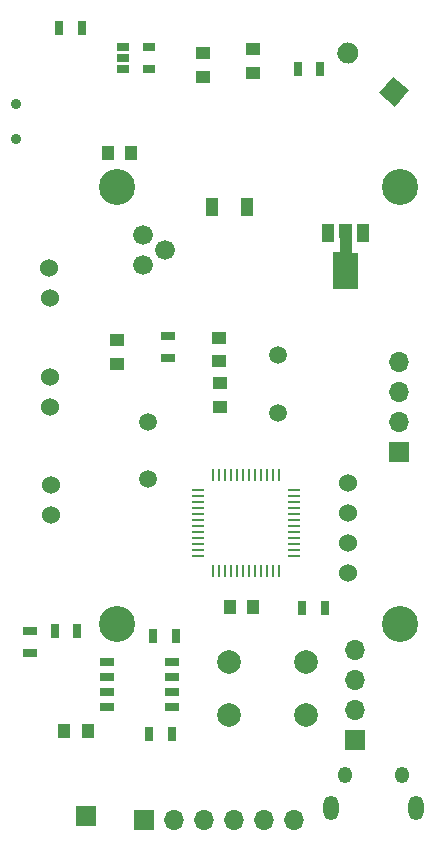
<source format=gbs>
G04 #@! TF.GenerationSoftware,KiCad,Pcbnew,5.1.7-a382d34a8~88~ubuntu18.04.1*
G04 #@! TF.CreationDate,2021-09-05T21:22:39+05:30*
G04 #@! TF.ProjectId,Sensor_PCB_v7,53656e73-6f72-45f5-9043-425f76372e6b,rev?*
G04 #@! TF.SameCoordinates,Original*
G04 #@! TF.FileFunction,Soldermask,Bot*
G04 #@! TF.FilePolarity,Negative*
%FSLAX46Y46*%
G04 Gerber Fmt 4.6, Leading zero omitted, Abs format (unit mm)*
G04 Created by KiCad (PCBNEW 5.1.7-a382d34a8~88~ubuntu18.04.1) date 2021-09-05 21:22:39*
%MOMM*%
%LPD*%
G01*
G04 APERTURE LIST*
%ADD10C,3.050000*%
%ADD11C,1.676400*%
%ADD12R,1.300000X0.700000*%
%ADD13C,1.524000*%
%ADD14O,1.300000X2.100000*%
%ADD15O,1.200000X1.400000*%
%ADD16R,1.000000X1.500000*%
%ADD17C,0.100000*%
%ADD18R,1.700000X1.700000*%
%ADD19O,1.700000X1.700000*%
%ADD20R,1.000000X0.230000*%
%ADD21R,0.230000X1.000000*%
%ADD22C,0.900000*%
%ADD23R,1.000000X1.250000*%
%ADD24R,1.250000X1.000000*%
%ADD25R,0.700000X1.300000*%
%ADD26R,1.060000X0.650000*%
%ADD27C,1.500000*%
%ADD28C,2.000000*%
%ADD29R,1.000000X1.600000*%
G04 APERTURE END LIST*
D10*
X57526960Y-34225320D03*
X33526960Y-34225320D03*
X33526960Y-71225320D03*
X57526960Y-71225320D03*
D11*
X35750500Y-40840700D03*
X37655500Y-39570700D03*
X35750500Y-38300700D03*
D12*
X38198200Y-76997600D03*
X38198200Y-78267600D03*
X38198200Y-75727600D03*
X38198200Y-74457600D03*
X32698200Y-76997600D03*
X32698200Y-78267600D03*
X32698200Y-75727600D03*
X32698200Y-74457600D03*
D13*
X27930200Y-59390600D03*
X27940200Y-61930600D03*
D14*
X51677600Y-86741000D03*
X58827600Y-86741000D03*
D15*
X52827600Y-83991000D03*
X57677600Y-83991000D03*
D13*
X27831100Y-41059400D03*
X27841100Y-43599400D03*
X27904800Y-50292300D03*
X27914800Y-52832300D03*
X53083100Y-59237900D03*
X53083100Y-61777900D03*
X53083100Y-64317900D03*
X53083100Y-66857900D03*
D16*
X51418500Y-38069000D03*
X54418500Y-38069000D03*
D17*
G36*
X52448049Y-37309920D02*
G01*
X52454311Y-37311566D01*
X52476613Y-37319000D01*
X53428500Y-37319000D01*
X53438255Y-37319961D01*
X53447634Y-37322806D01*
X53456279Y-37327427D01*
X53463855Y-37333645D01*
X53470073Y-37341221D01*
X53474694Y-37349866D01*
X53477539Y-37359245D01*
X53478500Y-37369000D01*
X53478500Y-39759000D01*
X53928500Y-39759000D01*
X53938255Y-39759961D01*
X53947634Y-39762806D01*
X53956279Y-39767427D01*
X53963855Y-39773645D01*
X53970073Y-39781221D01*
X53974694Y-39789866D01*
X53977539Y-39799245D01*
X53978500Y-39808831D01*
X53988500Y-42758831D01*
X53987572Y-42768588D01*
X53984759Y-42777977D01*
X53980167Y-42786637D01*
X53973975Y-42794235D01*
X53966419Y-42800479D01*
X53957791Y-42805129D01*
X53948421Y-42808006D01*
X53938500Y-42809000D01*
X53428500Y-42809000D01*
X53428500Y-42849000D01*
X52428500Y-42849000D01*
X52428500Y-42809000D01*
X51878500Y-42809000D01*
X51868745Y-42808039D01*
X51859366Y-42805194D01*
X51850721Y-42800573D01*
X51843145Y-42794355D01*
X51836927Y-42786779D01*
X51832306Y-42778134D01*
X51829461Y-42768755D01*
X51828500Y-42759000D01*
X51828500Y-39749000D01*
X51829461Y-39739245D01*
X51832306Y-39729866D01*
X51836927Y-39721221D01*
X51843145Y-39713645D01*
X51850721Y-39707427D01*
X51859366Y-39702806D01*
X51868745Y-39699961D01*
X51878500Y-39699000D01*
X52398290Y-39699000D01*
X52388500Y-37359209D01*
X52389420Y-37349451D01*
X52392226Y-37340059D01*
X52396811Y-37331396D01*
X52402997Y-37323793D01*
X52410548Y-37317543D01*
X52419173Y-37312886D01*
X52428540Y-37310002D01*
X52438291Y-37309000D01*
X52448049Y-37309920D01*
G37*
D18*
X35826700Y-87769700D03*
D19*
X38366700Y-87769700D03*
X40906700Y-87769700D03*
X43446700Y-87769700D03*
X45986700Y-87769700D03*
X48526700Y-87769700D03*
D20*
X48516500Y-60403700D03*
D21*
X47246500Y-66753700D03*
X46738500Y-66753700D03*
X46230500Y-66753700D03*
X45722500Y-66753700D03*
X45214500Y-66753700D03*
X44706500Y-66753700D03*
X44198500Y-66753700D03*
X43690500Y-66753700D03*
X43182500Y-66753700D03*
X42674500Y-66753700D03*
X42166500Y-66753700D03*
X41658500Y-66753700D03*
D20*
X40388500Y-65483700D03*
X40388500Y-64975700D03*
X40388500Y-63959700D03*
X40388500Y-63451700D03*
X40388500Y-62943700D03*
X40388500Y-62435700D03*
X40388500Y-61927700D03*
X40388500Y-61419700D03*
X40388500Y-60911700D03*
X40388500Y-60403700D03*
X40388500Y-59895700D03*
D21*
X42166500Y-58625700D03*
X42674500Y-58625700D03*
X43182500Y-58625700D03*
X43690500Y-58625700D03*
X44198500Y-58625700D03*
X44706500Y-58625700D03*
X45214500Y-58625700D03*
X45722500Y-58625700D03*
X46230500Y-58625700D03*
X46738500Y-58625700D03*
X47246500Y-58625700D03*
D20*
X48516500Y-59895700D03*
X48516500Y-60911700D03*
X48516500Y-61419700D03*
X48516500Y-61927700D03*
X48516500Y-62435700D03*
X48516500Y-62943700D03*
X48516500Y-63451700D03*
X48516500Y-63959700D03*
X48516500Y-64467700D03*
X48516500Y-64975700D03*
X48516500Y-65483700D03*
D21*
X41658500Y-58625700D03*
D20*
X40388500Y-64467700D03*
D22*
X24970700Y-30136000D03*
X24970700Y-27136000D03*
D12*
X26162000Y-73660000D03*
X26162000Y-71760000D03*
D18*
X53743900Y-81026000D03*
D19*
X53743900Y-78486000D03*
X53743900Y-75946000D03*
X53743900Y-73406000D03*
D18*
X30927000Y-87470000D03*
X57411600Y-56649600D03*
D19*
X57411600Y-54109600D03*
X57411600Y-51569600D03*
X57411600Y-49029600D03*
D23*
X45084200Y-69761100D03*
X43084200Y-69761100D03*
D24*
X42227500Y-48947600D03*
X42227500Y-46947600D03*
X42296100Y-50805800D03*
X42296100Y-52805800D03*
X33530500Y-47150800D03*
X33530500Y-49150800D03*
X45102800Y-22521200D03*
X45102800Y-24521200D03*
D23*
X34756600Y-31285180D03*
X32756600Y-31285180D03*
D24*
X40828000Y-24896300D03*
X40828000Y-22896300D03*
D25*
X49230200Y-69824600D03*
X51130200Y-69824600D03*
D12*
X37863800Y-48719800D03*
X37863800Y-46819800D03*
D25*
X28656200Y-20728900D03*
X30556200Y-20728900D03*
X50739100Y-24226500D03*
X48839100Y-24226500D03*
G36*
G01*
X53787934Y-23434548D02*
X53787934Y-23434548D01*
G75*
G02*
X52519985Y-23545479I-689440J578509D01*
G01*
X52519985Y-23545479D01*
G75*
G02*
X52409054Y-22277530I578509J689440D01*
G01*
X52409054Y-22277530D01*
G75*
G02*
X53677003Y-22166599I689440J-578509D01*
G01*
X53677003Y-22166599D01*
G75*
G02*
X53787934Y-23434548I-578509J-689440D01*
G01*
G37*
D17*
G36*
X58257949Y-26010469D02*
G01*
X57100931Y-27389349D01*
X55722051Y-26232331D01*
X56879069Y-24853451D01*
X58257949Y-26010469D01*
G37*
D26*
X34053600Y-24226600D03*
X34053600Y-23276600D03*
X34053600Y-22326600D03*
X36253600Y-22326600D03*
X36253600Y-24226600D03*
D27*
X47170300Y-53345700D03*
X47170300Y-48465700D03*
X36141700Y-54058800D03*
X36141700Y-58938800D03*
D28*
X43075700Y-78940700D03*
X43075700Y-74440700D03*
X49575700Y-78940700D03*
X49575700Y-74440700D03*
D29*
X41573300Y-35864800D03*
X44573300Y-35864800D03*
D23*
X31100800Y-80299600D03*
X29100800Y-80299600D03*
D25*
X36614000Y-72207100D03*
X38514000Y-72207100D03*
X30187900Y-71777900D03*
X28287900Y-71777900D03*
X38173700Y-80490100D03*
X36273700Y-80490100D03*
M02*

</source>
